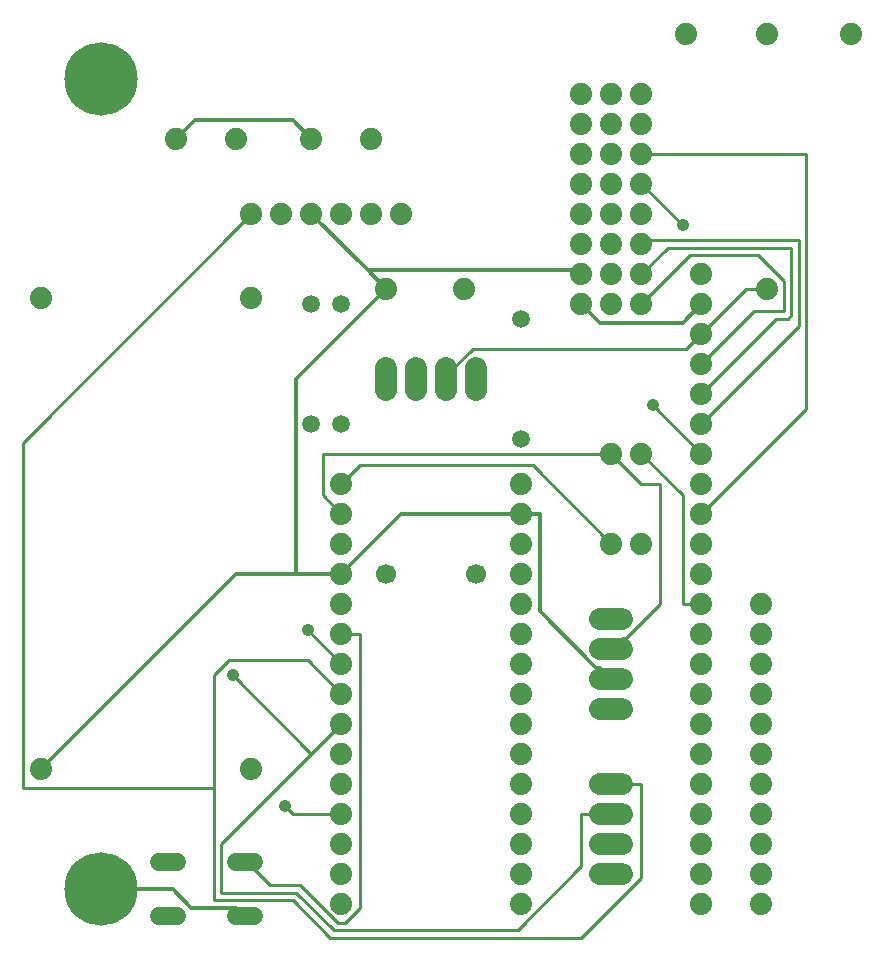
<source format=gbr>
G04 EAGLE Gerber RS-274X export*
G75*
%MOMM*%
%FSLAX34Y34*%
%LPD*%
%INBottom Copper*%
%IPPOS*%
%AMOC8*
5,1,8,0,0,1.08239X$1,22.5*%
G01*
%ADD10C,1.879600*%
%ADD11C,1.879600*%
%ADD12C,6.197600*%
%ADD13C,1.500000*%
%ADD14C,1.700000*%
%ADD15C,1.524000*%
%ADD16C,0.304800*%
%ADD17C,0.254000*%
%ADD18C,1.066800*%


D10*
X279400Y393700D03*
X279400Y368300D03*
X279400Y342900D03*
X279400Y317500D03*
X279400Y292100D03*
X279400Y266700D03*
X279400Y241300D03*
X279400Y215900D03*
X279400Y190500D03*
X279400Y165100D03*
X279400Y139700D03*
X279400Y114300D03*
X279400Y88900D03*
X279400Y63500D03*
X279400Y38100D03*
X431800Y38100D03*
X431800Y63500D03*
X431800Y88900D03*
X431800Y114300D03*
X431800Y139700D03*
X431800Y165100D03*
X431800Y190500D03*
X431800Y215900D03*
X431800Y241300D03*
X431800Y266700D03*
X431800Y292100D03*
X431800Y317500D03*
X431800Y342900D03*
X431800Y368300D03*
X431800Y393700D03*
D11*
X498602Y63500D02*
X517398Y63500D01*
X517398Y88900D02*
X498602Y88900D01*
X498602Y114300D02*
X517398Y114300D01*
X517398Y139700D02*
X498602Y139700D01*
X498602Y203200D02*
X517398Y203200D01*
X517398Y228600D02*
X498602Y228600D01*
X498602Y254000D02*
X517398Y254000D01*
X517398Y279400D02*
X498602Y279400D01*
D12*
X76200Y50800D03*
X76200Y736600D03*
D10*
X584200Y38100D03*
X584200Y63500D03*
X584200Y88900D03*
X584200Y114300D03*
X584200Y139700D03*
X584200Y165100D03*
X584200Y190500D03*
X584200Y215900D03*
X584200Y241300D03*
X584200Y266700D03*
X584200Y292100D03*
X584200Y317500D03*
X584200Y342900D03*
X584200Y368300D03*
X584200Y393700D03*
X584200Y419100D03*
X584200Y444500D03*
X584200Y469900D03*
X584200Y495300D03*
X584200Y520700D03*
X584200Y546100D03*
X584200Y571500D03*
X508000Y419100D03*
X533400Y419100D03*
X508000Y342900D03*
X533400Y342900D03*
X203200Y551180D03*
X203200Y152400D03*
X25400Y551180D03*
X25400Y152400D03*
X139700Y685800D03*
X190500Y685800D03*
X304800Y685800D03*
X254000Y685800D03*
X482600Y546100D03*
X508000Y546100D03*
X533400Y546100D03*
X482600Y571500D03*
X508000Y571500D03*
X533400Y571500D03*
X482600Y596900D03*
X508000Y596900D03*
X533400Y596900D03*
X482600Y622300D03*
X508000Y622300D03*
X533400Y622300D03*
X482600Y647700D03*
X508000Y647700D03*
X533400Y647700D03*
X482600Y673100D03*
X508000Y673100D03*
X533400Y673100D03*
X482600Y698500D03*
X508000Y698500D03*
X533400Y698500D03*
X482600Y723900D03*
X508000Y723900D03*
X533400Y723900D03*
X635000Y292100D03*
X635000Y266700D03*
X635000Y241300D03*
X635000Y215900D03*
X635000Y190500D03*
X635000Y165100D03*
X635000Y139700D03*
X635000Y114300D03*
X635000Y88900D03*
X635000Y63500D03*
X635000Y38100D03*
D11*
X393700Y473202D02*
X393700Y491998D01*
X368300Y491998D02*
X368300Y473202D01*
X342900Y473202D02*
X342900Y491998D01*
X317500Y491998D02*
X317500Y473202D01*
D10*
X383540Y558800D03*
X317500Y558800D03*
D13*
X254000Y444500D03*
X254000Y546100D03*
X279400Y444500D03*
X279400Y546100D03*
X431800Y533400D03*
X431800Y431800D03*
D10*
X330200Y622300D03*
X304800Y622300D03*
X279400Y622300D03*
X254000Y622300D03*
X228600Y622300D03*
X203200Y622300D03*
X640080Y774700D03*
X640080Y558800D03*
X571500Y774700D03*
X711200Y774700D03*
D14*
X393700Y317500D03*
X317500Y317500D03*
D15*
X140208Y73406D02*
X124968Y73406D01*
X124968Y28194D02*
X140208Y28194D01*
X189992Y73406D02*
X205232Y73406D01*
X205232Y28194D02*
X189992Y28194D01*
D16*
X568325Y530225D02*
X584200Y546100D01*
X568325Y530225D02*
X498475Y530225D01*
X482600Y546100D01*
X301625Y574675D02*
X254000Y622300D01*
X301625Y574675D02*
X317500Y558800D01*
X254000Y685800D02*
X238125Y701675D01*
X155575Y701675D01*
X139700Y685800D01*
X479425Y574675D02*
X482600Y571500D01*
X479425Y574675D02*
X301625Y574675D01*
X190500Y34925D02*
X196850Y28575D01*
X190500Y34925D02*
X152400Y34925D01*
X136525Y50800D01*
X76200Y50800D01*
X196850Y28575D02*
X197612Y28194D01*
X279400Y317500D02*
X330200Y368300D01*
X431800Y368300D01*
X498475Y238125D02*
X508000Y228600D01*
X498475Y238125D02*
X495300Y238125D01*
X447675Y285750D01*
X447675Y368300D01*
X431800Y368300D01*
X190500Y317500D02*
X25400Y152400D01*
X241300Y317500D02*
X279400Y317500D01*
X241300Y317500D02*
X190500Y317500D01*
X241300Y482600D02*
X317500Y558800D01*
X241300Y482600D02*
X241300Y317500D01*
D17*
X200025Y73025D02*
X219075Y53975D01*
X244475Y53975D01*
X276225Y22225D01*
X282575Y22225D01*
X295275Y34925D01*
X295275Y266700D01*
X279400Y266700D01*
X200025Y73025D02*
X197612Y73406D01*
X279400Y215900D02*
X250825Y244475D01*
X184150Y244475D01*
X171450Y231775D01*
X171450Y136525D02*
X171450Y41275D01*
X171450Y136525D02*
X171450Y231775D01*
X171450Y41275D02*
X238125Y41275D01*
X269875Y9525D01*
X482600Y9525D01*
X533400Y60325D01*
X533400Y139700D01*
X508000Y139700D01*
X203200Y622300D02*
X9525Y428625D01*
X9525Y136525D01*
X171450Y136525D01*
X177800Y88900D02*
X254000Y165100D01*
X279400Y190500D01*
X177800Y88900D02*
X177800Y47625D01*
X241300Y47625D01*
X273050Y15875D01*
X428625Y15875D01*
X482600Y69850D01*
X482600Y114300D01*
X508000Y114300D01*
X254000Y165100D02*
X187325Y231775D01*
D18*
X187325Y231775D03*
D17*
X231775Y120650D02*
X238125Y114300D01*
X279400Y114300D01*
D18*
X231775Y120650D03*
D17*
X584200Y520700D02*
X622300Y558800D01*
X640080Y558800D01*
X584200Y520700D02*
X571500Y508000D01*
X390525Y508000D01*
X368300Y485775D01*
X368300Y482600D01*
X250825Y269875D02*
X279400Y241300D01*
D18*
X250825Y269875D03*
D17*
X279400Y393700D02*
X295275Y409575D01*
X441325Y409575D01*
X508000Y342900D01*
X279400Y368300D02*
X263525Y384175D01*
X263525Y419100D01*
X508000Y419100D01*
X517525Y263525D02*
X508000Y254000D01*
X517525Y263525D02*
X520700Y263525D01*
X549275Y292100D01*
X549275Y393700D01*
X533400Y393700D01*
X508000Y419100D01*
X533400Y546100D02*
X574675Y587375D01*
X631825Y587375D01*
X654050Y565150D01*
X654050Y539750D01*
X628650Y539750D01*
X584200Y495300D01*
X533400Y419100D02*
X568325Y384175D01*
X568325Y292100D01*
X584200Y292100D01*
X584200Y469900D02*
X647700Y533400D01*
X657225Y533400D01*
X660400Y536575D01*
X660400Y593725D01*
X555625Y593725D01*
X533400Y571500D01*
X584200Y444500D02*
X666750Y527050D01*
X666750Y600075D01*
X536575Y600075D01*
X533400Y596900D01*
X542925Y460375D02*
X584200Y419100D01*
D18*
X542925Y460375D03*
D17*
X568325Y612775D02*
X533400Y647700D01*
D18*
X568325Y612775D03*
D17*
X673100Y457200D02*
X584200Y368300D01*
X673100Y457200D02*
X673100Y673100D01*
X533400Y673100D01*
M02*

</source>
